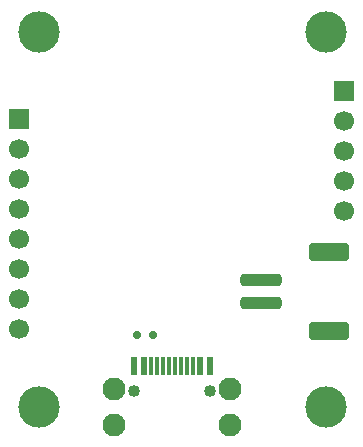
<source format=gbr>
%TF.GenerationSoftware,KiCad,Pcbnew,9.0.3*%
%TF.CreationDate,2025-09-02T10:47:08-04:00*%
%TF.ProjectId,simon,73696d6f-6e2e-46b6-9963-61645f706362,rev?*%
%TF.SameCoordinates,Original*%
%TF.FileFunction,Soldermask,Bot*%
%TF.FilePolarity,Negative*%
%FSLAX46Y46*%
G04 Gerber Fmt 4.6, Leading zero omitted, Abs format (unit mm)*
G04 Created by KiCad (PCBNEW 9.0.3) date 2025-09-02 10:47:08*
%MOMM*%
%LPD*%
G01*
G04 APERTURE LIST*
G04 Aperture macros list*
%AMRoundRect*
0 Rectangle with rounded corners*
0 $1 Rounding radius*
0 $2 $3 $4 $5 $6 $7 $8 $9 X,Y pos of 4 corners*
0 Add a 4 corners polygon primitive as box body*
4,1,4,$2,$3,$4,$5,$6,$7,$8,$9,$2,$3,0*
0 Add four circle primitives for the rounded corners*
1,1,$1+$1,$2,$3*
1,1,$1+$1,$4,$5*
1,1,$1+$1,$6,$7*
1,1,$1+$1,$8,$9*
0 Add four rect primitives between the rounded corners*
20,1,$1+$1,$2,$3,$4,$5,0*
20,1,$1+$1,$4,$5,$6,$7,0*
20,1,$1+$1,$6,$7,$8,$9,0*
20,1,$1+$1,$8,$9,$2,$3,0*%
G04 Aperture macros list end*
%ADD10C,2.600000*%
%ADD11C,3.500000*%
%ADD12C,1.950000*%
%ADD13C,1.020000*%
%ADD14R,0.600000X1.550000*%
%ADD15R,0.300000X1.550000*%
%ADD16R,1.700000X1.700000*%
%ADD17C,1.700000*%
%ADD18RoundRect,0.150000X0.150000X0.200000X-0.150000X0.200000X-0.150000X-0.200000X0.150000X-0.200000X0*%
%ADD19RoundRect,0.250000X-1.500000X0.250000X-1.500000X-0.250000X1.500000X-0.250000X1.500000X0.250000X0*%
%ADD20RoundRect,0.250001X-1.449999X0.499999X-1.449999X-0.499999X1.449999X-0.499999X1.449999X0.499999X0*%
G04 APERTURE END LIST*
D10*
%TO.C,N301*%
X135080000Y-75000000D03*
D11*
X135080000Y-75000000D03*
D10*
X135080000Y-106800000D03*
D11*
X135080000Y-106800000D03*
D10*
X159380000Y-75000000D03*
D11*
X159380000Y-75000000D03*
D10*
X159380000Y-106800000D03*
D11*
X159380000Y-106800000D03*
%TD*%
D12*
%TO.C,J201*%
X151265000Y-108295000D03*
X151265000Y-105295000D03*
D13*
X149620000Y-105395000D03*
X143120000Y-105395000D03*
D12*
X141475000Y-108295000D03*
X141475000Y-105295000D03*
D14*
X149570000Y-103321000D03*
X148770000Y-103321000D03*
D15*
X147620000Y-103321000D03*
X146620000Y-103321000D03*
X146120000Y-103321000D03*
X145120000Y-103321000D03*
D14*
X143970000Y-103321000D03*
X143170000Y-103321000D03*
D15*
X144620000Y-103321000D03*
X145620000Y-103321000D03*
X147120000Y-103321000D03*
X148120000Y-103321000D03*
%TD*%
D16*
%TO.C,J301*%
X133390000Y-82420000D03*
D17*
X133390000Y-84960000D03*
X133390000Y-87500000D03*
X133390000Y-90040000D03*
X133390000Y-92580000D03*
X133390000Y-95120000D03*
X133390000Y-97660000D03*
X133390000Y-100200000D03*
%TD*%
D18*
%TO.C,D201*%
X143380000Y-100730000D03*
X144780000Y-100730000D03*
%TD*%
D16*
%TO.C,J401*%
X160960000Y-80000000D03*
D17*
X160960000Y-82540000D03*
X160960000Y-85080000D03*
X160960000Y-87620000D03*
X160960000Y-90160000D03*
%TD*%
D19*
%TO.C,J202*%
X153930000Y-96010000D03*
X153930000Y-98010000D03*
D20*
X159680000Y-93660000D03*
X159680000Y-100360000D03*
%TD*%
M02*

</source>
